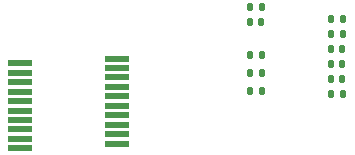
<source format=gbr>
%TF.GenerationSoftware,KiCad,Pcbnew,6.0.11-2627ca5db0~126~ubuntu20.04.1*%
%TF.CreationDate,2023-02-14T16:49:56+01:00*%
%TF.ProjectId,pmod_sfp,706d6f64-5f73-4667-902e-6b696361645f,rev?*%
%TF.SameCoordinates,Original*%
%TF.FileFunction,Paste,Top*%
%TF.FilePolarity,Positive*%
%FSLAX46Y46*%
G04 Gerber Fmt 4.6, Leading zero omitted, Abs format (unit mm)*
G04 Created by KiCad (PCBNEW 6.0.11-2627ca5db0~126~ubuntu20.04.1) date 2023-02-14 16:49:56*
%MOMM*%
%LPD*%
G01*
G04 APERTURE LIST*
G04 Aperture macros list*
%AMRoundRect*
0 Rectangle with rounded corners*
0 $1 Rounding radius*
0 $2 $3 $4 $5 $6 $7 $8 $9 X,Y pos of 4 corners*
0 Add a 4 corners polygon primitive as box body*
4,1,4,$2,$3,$4,$5,$6,$7,$8,$9,$2,$3,0*
0 Add four circle primitives for the rounded corners*
1,1,$1+$1,$2,$3*
1,1,$1+$1,$4,$5*
1,1,$1+$1,$6,$7*
1,1,$1+$1,$8,$9*
0 Add four rect primitives between the rounded corners*
20,1,$1+$1,$2,$3,$4,$5,0*
20,1,$1+$1,$4,$5,$6,$7,0*
20,1,$1+$1,$6,$7,$8,$9,0*
20,1,$1+$1,$8,$9,$2,$3,0*%
G04 Aperture macros list end*
%ADD10RoundRect,0.140000X0.140000X0.170000X-0.140000X0.170000X-0.140000X-0.170000X0.140000X-0.170000X0*%
%ADD11RoundRect,0.140000X-0.140000X-0.170000X0.140000X-0.170000X0.140000X0.170000X-0.140000X0.170000X0*%
%ADD12RoundRect,0.135000X-0.135000X-0.185000X0.135000X-0.185000X0.135000X0.185000X-0.135000X0.185000X0*%
%ADD13RoundRect,0.135000X0.135000X0.185000X-0.135000X0.185000X-0.135000X-0.185000X0.135000X-0.185000X0*%
%ADD14RoundRect,0.147500X0.147500X0.172500X-0.147500X0.172500X-0.147500X-0.172500X0.147500X-0.172500X0*%
%ADD15R,2.000000X0.500000*%
G04 APERTURE END LIST*
D10*
%TO.C,C1*%
X162504000Y-64262000D03*
X161544000Y-64262000D03*
%TD*%
D11*
%TO.C,C3*%
X168402000Y-67818000D03*
X169362000Y-67818000D03*
%TD*%
D12*
%TO.C,R3*%
X161542000Y-68580000D03*
X162562000Y-68580000D03*
%TD*%
D10*
%TO.C,C2*%
X162532000Y-62992000D03*
X161572000Y-62992000D03*
%TD*%
D13*
%TO.C,R1*%
X162560000Y-67056000D03*
X161540000Y-67056000D03*
%TD*%
D11*
%TO.C,C4*%
X168402000Y-66548000D03*
X169362000Y-66548000D03*
%TD*%
D13*
%TO.C,R2*%
X162564000Y-70104000D03*
X161544000Y-70104000D03*
%TD*%
D14*
%TO.C,L2*%
X169418000Y-64008000D03*
X168448000Y-64008000D03*
%TD*%
%TO.C,L1*%
X169395000Y-65278000D03*
X168425000Y-65278000D03*
%TD*%
D11*
%TO.C,C6*%
X168430000Y-70358000D03*
X169390000Y-70358000D03*
%TD*%
%TO.C,C5*%
X168402000Y-69088000D03*
X169362000Y-69088000D03*
%TD*%
D15*
%TO.C,J1*%
X142100000Y-67720000D03*
X142100000Y-68520000D03*
X142100000Y-69320000D03*
X142100000Y-70120000D03*
X142100000Y-70920000D03*
X142100000Y-71720000D03*
X142100000Y-72520000D03*
X142100000Y-73320000D03*
X142100000Y-74120000D03*
X142100000Y-74920000D03*
X150300000Y-74520000D03*
X150300000Y-73720000D03*
X150300000Y-72920000D03*
X150300000Y-72120000D03*
X150300000Y-71320000D03*
X150300000Y-70520000D03*
X150300000Y-69720000D03*
X150300000Y-68920000D03*
X150300000Y-68120000D03*
X150300000Y-67320000D03*
%TD*%
M02*

</source>
